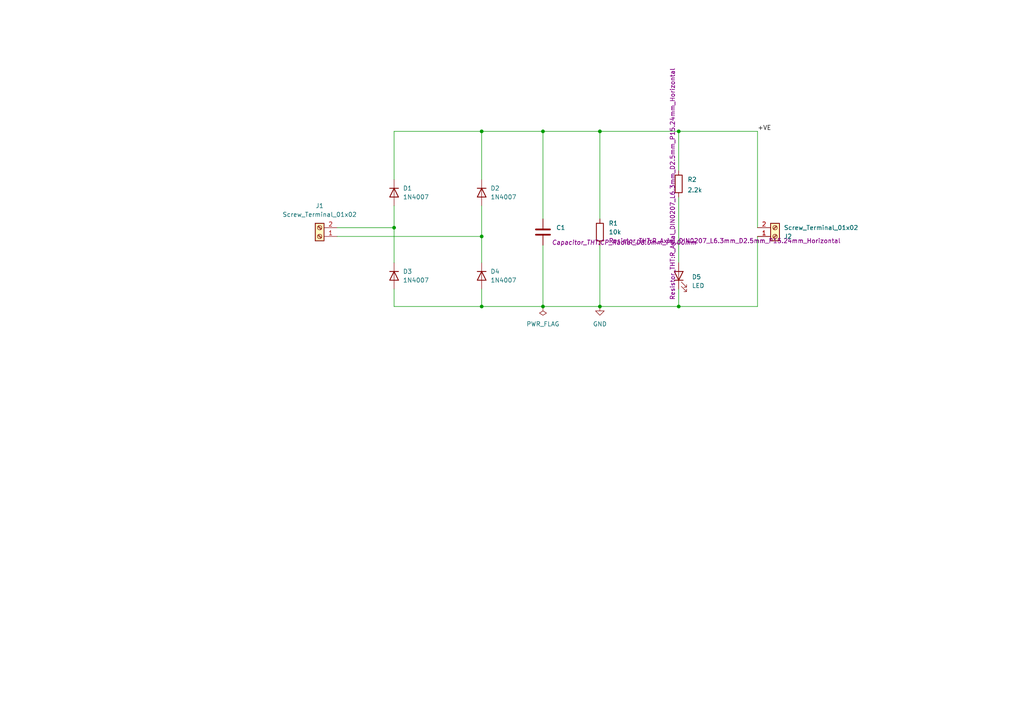
<source format=kicad_sch>
(kicad_sch
	(version 20250114)
	(generator "eeschema")
	(generator_version "9.0")
	(uuid "9e851873-0384-4207-9339-9f624f5ed31f")
	(paper "A4")
	(title_block
		(title "AC to DC ")
		(date "16-05-2025")
	)
	(lib_symbols
		(symbol "Connector:Screw_Terminal_01x02"
			(pin_names
				(offset 1.016)
				(hide yes)
			)
			(exclude_from_sim no)
			(in_bom yes)
			(on_board yes)
			(property "Reference" "J"
				(at 0 2.54 0)
				(effects
					(font
						(size 1.27 1.27)
					)
				)
			)
			(property "Value" "Screw_Terminal_01x02"
				(at 0 -5.08 0)
				(effects
					(font
						(size 1.27 1.27)
					)
				)
			)
			(property "Footprint" ""
				(at 0 0 0)
				(effects
					(font
						(size 1.27 1.27)
					)
					(hide yes)
				)
			)
			(property "Datasheet" "~"
				(at 0 0 0)
				(effects
					(font
						(size 1.27 1.27)
					)
					(hide yes)
				)
			)
			(property "Description" "Generic screw terminal, single row, 01x02, script generated (kicad-library-utils/schlib/autogen/connector/)"
				(at 0 0 0)
				(effects
					(font
						(size 1.27 1.27)
					)
					(hide yes)
				)
			)
			(property "ki_keywords" "screw terminal"
				(at 0 0 0)
				(effects
					(font
						(size 1.27 1.27)
					)
					(hide yes)
				)
			)
			(property "ki_fp_filters" "TerminalBlock*:*"
				(at 0 0 0)
				(effects
					(font
						(size 1.27 1.27)
					)
					(hide yes)
				)
			)
			(symbol "Screw_Terminal_01x02_1_1"
				(rectangle
					(start -1.27 1.27)
					(end 1.27 -3.81)
					(stroke
						(width 0.254)
						(type default)
					)
					(fill
						(type background)
					)
				)
				(polyline
					(pts
						(xy -0.5334 0.3302) (xy 0.3302 -0.508)
					)
					(stroke
						(width 0.1524)
						(type default)
					)
					(fill
						(type none)
					)
				)
				(polyline
					(pts
						(xy -0.5334 -2.2098) (xy 0.3302 -3.048)
					)
					(stroke
						(width 0.1524)
						(type default)
					)
					(fill
						(type none)
					)
				)
				(polyline
					(pts
						(xy -0.3556 0.508) (xy 0.508 -0.3302)
					)
					(stroke
						(width 0.1524)
						(type default)
					)
					(fill
						(type none)
					)
				)
				(polyline
					(pts
						(xy -0.3556 -2.032) (xy 0.508 -2.8702)
					)
					(stroke
						(width 0.1524)
						(type default)
					)
					(fill
						(type none)
					)
				)
				(circle
					(center 0 0)
					(radius 0.635)
					(stroke
						(width 0.1524)
						(type default)
					)
					(fill
						(type none)
					)
				)
				(circle
					(center 0 -2.54)
					(radius 0.635)
					(stroke
						(width 0.1524)
						(type default)
					)
					(fill
						(type none)
					)
				)
				(pin passive line
					(at -5.08 0 0)
					(length 3.81)
					(name "Pin_1"
						(effects
							(font
								(size 1.27 1.27)
							)
						)
					)
					(number "1"
						(effects
							(font
								(size 1.27 1.27)
							)
						)
					)
				)
				(pin passive line
					(at -5.08 -2.54 0)
					(length 3.81)
					(name "Pin_2"
						(effects
							(font
								(size 1.27 1.27)
							)
						)
					)
					(number "2"
						(effects
							(font
								(size 1.27 1.27)
							)
						)
					)
				)
			)
			(embedded_fonts no)
		)
		(symbol "Device:C"
			(pin_numbers
				(hide yes)
			)
			(pin_names
				(offset 0.254)
			)
			(exclude_from_sim no)
			(in_bom yes)
			(on_board yes)
			(property "Reference" "C"
				(at 0.635 2.54 0)
				(effects
					(font
						(size 1.27 1.27)
					)
					(justify left)
				)
			)
			(property "Value" "C"
				(at 0.635 -2.54 0)
				(effects
					(font
						(size 1.27 1.27)
					)
					(justify left)
				)
			)
			(property "Footprint" ""
				(at 0.9652 -3.81 0)
				(effects
					(font
						(size 1.27 1.27)
					)
					(hide yes)
				)
			)
			(property "Datasheet" "~"
				(at 0 0 0)
				(effects
					(font
						(size 1.27 1.27)
					)
					(hide yes)
				)
			)
			(property "Description" "Unpolarized capacitor"
				(at 0 0 0)
				(effects
					(font
						(size 1.27 1.27)
					)
					(hide yes)
				)
			)
			(property "ki_keywords" "cap capacitor"
				(at 0 0 0)
				(effects
					(font
						(size 1.27 1.27)
					)
					(hide yes)
				)
			)
			(property "ki_fp_filters" "C_*"
				(at 0 0 0)
				(effects
					(font
						(size 1.27 1.27)
					)
					(hide yes)
				)
			)
			(symbol "C_0_1"
				(polyline
					(pts
						(xy -2.032 0.762) (xy 2.032 0.762)
					)
					(stroke
						(width 0.508)
						(type default)
					)
					(fill
						(type none)
					)
				)
				(polyline
					(pts
						(xy -2.032 -0.762) (xy 2.032 -0.762)
					)
					(stroke
						(width 0.508)
						(type default)
					)
					(fill
						(type none)
					)
				)
			)
			(symbol "C_1_1"
				(pin passive line
					(at 0 3.81 270)
					(length 2.794)
					(name "~"
						(effects
							(font
								(size 1.27 1.27)
							)
						)
					)
					(number "1"
						(effects
							(font
								(size 1.27 1.27)
							)
						)
					)
				)
				(pin passive line
					(at 0 -3.81 90)
					(length 2.794)
					(name "~"
						(effects
							(font
								(size 1.27 1.27)
							)
						)
					)
					(number "2"
						(effects
							(font
								(size 1.27 1.27)
							)
						)
					)
				)
			)
			(embedded_fonts no)
		)
		(symbol "Device:LED"
			(pin_numbers
				(hide yes)
			)
			(pin_names
				(offset 1.016)
				(hide yes)
			)
			(exclude_from_sim no)
			(in_bom yes)
			(on_board yes)
			(property "Reference" "D"
				(at 0 2.54 0)
				(effects
					(font
						(size 1.27 1.27)
					)
				)
			)
			(property "Value" "LED"
				(at 0 -2.54 0)
				(effects
					(font
						(size 1.27 1.27)
					)
				)
			)
			(property "Footprint" ""
				(at 0 0 0)
				(effects
					(font
						(size 1.27 1.27)
					)
					(hide yes)
				)
			)
			(property "Datasheet" "~"
				(at 0 0 0)
				(effects
					(font
						(size 1.27 1.27)
					)
					(hide yes)
				)
			)
			(property "Description" "Light emitting diode"
				(at 0 0 0)
				(effects
					(font
						(size 1.27 1.27)
					)
					(hide yes)
				)
			)
			(property "Sim.Pins" "1=K 2=A"
				(at 0 0 0)
				(effects
					(font
						(size 1.27 1.27)
					)
					(hide yes)
				)
			)
			(property "ki_keywords" "LED diode"
				(at 0 0 0)
				(effects
					(font
						(size 1.27 1.27)
					)
					(hide yes)
				)
			)
			(property "ki_fp_filters" "LED* LED_SMD:* LED_THT:*"
				(at 0 0 0)
				(effects
					(font
						(size 1.27 1.27)
					)
					(hide yes)
				)
			)
			(symbol "LED_0_1"
				(polyline
					(pts
						(xy -3.048 -0.762) (xy -4.572 -2.286) (xy -3.81 -2.286) (xy -4.572 -2.286) (xy -4.572 -1.524)
					)
					(stroke
						(width 0)
						(type default)
					)
					(fill
						(type none)
					)
				)
				(polyline
					(pts
						(xy -1.778 -0.762) (xy -3.302 -2.286) (xy -2.54 -2.286) (xy -3.302 -2.286) (xy -3.302 -1.524)
					)
					(stroke
						(width 0)
						(type default)
					)
					(fill
						(type none)
					)
				)
				(polyline
					(pts
						(xy -1.27 0) (xy 1.27 0)
					)
					(stroke
						(width 0)
						(type default)
					)
					(fill
						(type none)
					)
				)
				(polyline
					(pts
						(xy -1.27 -1.27) (xy -1.27 1.27)
					)
					(stroke
						(width 0.254)
						(type default)
					)
					(fill
						(type none)
					)
				)
				(polyline
					(pts
						(xy 1.27 -1.27) (xy 1.27 1.27) (xy -1.27 0) (xy 1.27 -1.27)
					)
					(stroke
						(width 0.254)
						(type default)
					)
					(fill
						(type none)
					)
				)
			)
			(symbol "LED_1_1"
				(pin passive line
					(at -3.81 0 0)
					(length 2.54)
					(name "K"
						(effects
							(font
								(size 1.27 1.27)
							)
						)
					)
					(number "1"
						(effects
							(font
								(size 1.27 1.27)
							)
						)
					)
				)
				(pin passive line
					(at 3.81 0 180)
					(length 2.54)
					(name "A"
						(effects
							(font
								(size 1.27 1.27)
							)
						)
					)
					(number "2"
						(effects
							(font
								(size 1.27 1.27)
							)
						)
					)
				)
			)
			(embedded_fonts no)
		)
		(symbol "Device:R"
			(pin_numbers
				(hide yes)
			)
			(pin_names
				(offset 0)
			)
			(exclude_from_sim no)
			(in_bom yes)
			(on_board yes)
			(property "Reference" "R"
				(at 2.032 0 90)
				(effects
					(font
						(size 1.27 1.27)
					)
				)
			)
			(property "Value" "R"
				(at 0 0 90)
				(effects
					(font
						(size 1.27 1.27)
					)
				)
			)
			(property "Footprint" ""
				(at -1.778 0 90)
				(effects
					(font
						(size 1.27 1.27)
					)
					(hide yes)
				)
			)
			(property "Datasheet" "~"
				(at 0 0 0)
				(effects
					(font
						(size 1.27 1.27)
					)
					(hide yes)
				)
			)
			(property "Description" "Resistor"
				(at 0 0 0)
				(effects
					(font
						(size 1.27 1.27)
					)
					(hide yes)
				)
			)
			(property "ki_keywords" "R res resistor"
				(at 0 0 0)
				(effects
					(font
						(size 1.27 1.27)
					)
					(hide yes)
				)
			)
			(property "ki_fp_filters" "R_*"
				(at 0 0 0)
				(effects
					(font
						(size 1.27 1.27)
					)
					(hide yes)
				)
			)
			(symbol "R_0_1"
				(rectangle
					(start -1.016 -2.54)
					(end 1.016 2.54)
					(stroke
						(width 0.254)
						(type default)
					)
					(fill
						(type none)
					)
				)
			)
			(symbol "R_1_1"
				(pin passive line
					(at 0 3.81 270)
					(length 1.27)
					(name "~"
						(effects
							(font
								(size 1.27 1.27)
							)
						)
					)
					(number "1"
						(effects
							(font
								(size 1.27 1.27)
							)
						)
					)
				)
				(pin passive line
					(at 0 -3.81 90)
					(length 1.27)
					(name "~"
						(effects
							(font
								(size 1.27 1.27)
							)
						)
					)
					(number "2"
						(effects
							(font
								(size 1.27 1.27)
							)
						)
					)
				)
			)
			(embedded_fonts no)
		)
		(symbol "Diode:1N4007"
			(pin_numbers
				(hide yes)
			)
			(pin_names
				(hide yes)
			)
			(exclude_from_sim no)
			(in_bom yes)
			(on_board yes)
			(property "Reference" "D"
				(at 0 2.54 0)
				(effects
					(font
						(size 1.27 1.27)
					)
				)
			)
			(property "Value" "1N4007"
				(at 0 -2.54 0)
				(effects
					(font
						(size 1.27 1.27)
					)
				)
			)
			(property "Footprint" "Diode_THT:D_DO-41_SOD81_P10.16mm_Horizontal"
				(at 0 -4.445 0)
				(effects
					(font
						(size 1.27 1.27)
					)
					(hide yes)
				)
			)
			(property "Datasheet" "http://www.vishay.com/docs/88503/1n4001.pdf"
				(at 0 0 0)
				(effects
					(font
						(size 1.27 1.27)
					)
					(hide yes)
				)
			)
			(property "Description" "1000V 1A General Purpose Rectifier Diode, DO-41"
				(at 0 0 0)
				(effects
					(font
						(size 1.27 1.27)
					)
					(hide yes)
				)
			)
			(property "Sim.Device" "D"
				(at 0 0 0)
				(effects
					(font
						(size 1.27 1.27)
					)
					(hide yes)
				)
			)
			(property "Sim.Pins" "1=K 2=A"
				(at 0 0 0)
				(effects
					(font
						(size 1.27 1.27)
					)
					(hide yes)
				)
			)
			(property "ki_keywords" "diode"
				(at 0 0 0)
				(effects
					(font
						(size 1.27 1.27)
					)
					(hide yes)
				)
			)
			(property "ki_fp_filters" "D*DO?41*"
				(at 0 0 0)
				(effects
					(font
						(size 1.27 1.27)
					)
					(hide yes)
				)
			)
			(symbol "1N4007_0_1"
				(polyline
					(pts
						(xy -1.27 1.27) (xy -1.27 -1.27)
					)
					(stroke
						(width 0.254)
						(type default)
					)
					(fill
						(type none)
					)
				)
				(polyline
					(pts
						(xy 1.27 1.27) (xy 1.27 -1.27) (xy -1.27 0) (xy 1.27 1.27)
					)
					(stroke
						(width 0.254)
						(type default)
					)
					(fill
						(type none)
					)
				)
				(polyline
					(pts
						(xy 1.27 0) (xy -1.27 0)
					)
					(stroke
						(width 0)
						(type default)
					)
					(fill
						(type none)
					)
				)
			)
			(symbol "1N4007_1_1"
				(pin passive line
					(at -3.81 0 0)
					(length 2.54)
					(name "K"
						(effects
							(font
								(size 1.27 1.27)
							)
						)
					)
					(number "1"
						(effects
							(font
								(size 1.27 1.27)
							)
						)
					)
				)
				(pin passive line
					(at 3.81 0 180)
					(length 2.54)
					(name "A"
						(effects
							(font
								(size 1.27 1.27)
							)
						)
					)
					(number "2"
						(effects
							(font
								(size 1.27 1.27)
							)
						)
					)
				)
			)
			(embedded_fonts no)
		)
		(symbol "power:GND"
			(power)
			(pin_numbers
				(hide yes)
			)
			(pin_names
				(offset 0)
				(hide yes)
			)
			(exclude_from_sim no)
			(in_bom yes)
			(on_board yes)
			(property "Reference" "#PWR"
				(at 0 -6.35 0)
				(effects
					(font
						(size 1.27 1.27)
					)
					(hide yes)
				)
			)
			(property "Value" "GND"
				(at 0 -3.81 0)
				(effects
					(font
						(size 1.27 1.27)
					)
				)
			)
			(property "Footprint" ""
				(at 0 0 0)
				(effects
					(font
						(size 1.27 1.27)
					)
					(hide yes)
				)
			)
			(property "Datasheet" ""
				(at 0 0 0)
				(effects
					(font
						(size 1.27 1.27)
					)
					(hide yes)
				)
			)
			(property "Description" "Power symbol creates a global label with name \"GND\" , ground"
				(at 0 0 0)
				(effects
					(font
						(size 1.27 1.27)
					)
					(hide yes)
				)
			)
			(property "ki_keywords" "global power"
				(at 0 0 0)
				(effects
					(font
						(size 1.27 1.27)
					)
					(hide yes)
				)
			)
			(symbol "GND_0_1"
				(polyline
					(pts
						(xy 0 0) (xy 0 -1.27) (xy 1.27 -1.27) (xy 0 -2.54) (xy -1.27 -1.27) (xy 0 -1.27)
					)
					(stroke
						(width 0)
						(type default)
					)
					(fill
						(type none)
					)
				)
			)
			(symbol "GND_1_1"
				(pin power_in line
					(at 0 0 270)
					(length 0)
					(name "~"
						(effects
							(font
								(size 1.27 1.27)
							)
						)
					)
					(number "1"
						(effects
							(font
								(size 1.27 1.27)
							)
						)
					)
				)
			)
			(embedded_fonts no)
		)
		(symbol "power:PWR_FLAG"
			(power)
			(pin_numbers
				(hide yes)
			)
			(pin_names
				(offset 0)
				(hide yes)
			)
			(exclude_from_sim no)
			(in_bom yes)
			(on_board yes)
			(property "Reference" "#FLG"
				(at 0 1.905 0)
				(effects
					(font
						(size 1.27 1.27)
					)
					(hide yes)
				)
			)
			(property "Value" "PWR_FLAG"
				(at 0 3.81 0)
				(effects
					(font
						(size 1.27 1.27)
					)
				)
			)
			(property "Footprint" ""
				(at 0 0 0)
				(effects
					(font
						(size 1.27 1.27)
					)
					(hide yes)
				)
			)
			(property "Datasheet" "~"
				(at 0 0 0)
				(effects
					(font
						(size 1.27 1.27)
					)
					(hide yes)
				)
			)
			(property "Description" "Special symbol for telling ERC where power comes from"
				(at 0 0 0)
				(effects
					(font
						(size 1.27 1.27)
					)
					(hide yes)
				)
			)
			(property "ki_keywords" "flag power"
				(at 0 0 0)
				(effects
					(font
						(size 1.27 1.27)
					)
					(hide yes)
				)
			)
			(symbol "PWR_FLAG_0_0"
				(pin power_out line
					(at 0 0 90)
					(length 0)
					(name "~"
						(effects
							(font
								(size 1.27 1.27)
							)
						)
					)
					(number "1"
						(effects
							(font
								(size 1.27 1.27)
							)
						)
					)
				)
			)
			(symbol "PWR_FLAG_0_1"
				(polyline
					(pts
						(xy 0 0) (xy 0 1.27) (xy -1.016 1.905) (xy 0 2.54) (xy 1.016 1.905) (xy 0 1.27)
					)
					(stroke
						(width 0)
						(type default)
					)
					(fill
						(type none)
					)
				)
			)
			(embedded_fonts no)
		)
	)
	(junction
		(at 139.7 88.9)
		(diameter 0)
		(color 0 0 0 0)
		(uuid "067d27ee-2f36-48f8-89dd-bd0f677fab37")
	)
	(junction
		(at 173.99 88.9)
		(diameter 0)
		(color 0 0 0 0)
		(uuid "098685e6-3546-4881-ba1f-d555afa8a5be")
	)
	(junction
		(at 173.99 38.1)
		(diameter 0)
		(color 0 0 0 0)
		(uuid "28212eb0-8fd2-4843-a6a5-b99740952951")
	)
	(junction
		(at 196.85 88.9)
		(diameter 0)
		(color 0 0 0 0)
		(uuid "b0db49d7-5f86-4244-ab2d-6fd5d4ec4477")
	)
	(junction
		(at 196.85 38.1)
		(diameter 0)
		(color 0 0 0 0)
		(uuid "b9dc6de7-454e-479a-9900-ef63cdaf7ae5")
	)
	(junction
		(at 157.48 88.9)
		(diameter 0)
		(color 0 0 0 0)
		(uuid "bb79db98-eff4-480e-89e0-7a766ddcbb1c")
	)
	(junction
		(at 114.3 66.04)
		(diameter 0)
		(color 0 0 0 0)
		(uuid "ec46d5d2-ab10-4c1f-9f25-0accfccde6e7")
	)
	(junction
		(at 157.48 38.1)
		(diameter 0)
		(color 0 0 0 0)
		(uuid "ec83cd8f-84f4-4103-b1fd-459c1043c446")
	)
	(junction
		(at 139.7 68.58)
		(diameter 0)
		(color 0 0 0 0)
		(uuid "f62ea0ca-94ac-402a-9a3e-f230c6a3984b")
	)
	(junction
		(at 139.7 38.1)
		(diameter 0)
		(color 0 0 0 0)
		(uuid "ffeefc50-ff84-4d22-ae6e-d46cb1f1ed7e")
	)
	(wire
		(pts
			(xy 173.99 71.12) (xy 173.99 88.9)
		)
		(stroke
			(width 0)
			(type default)
		)
		(uuid "161e28de-073b-4ca0-b1cf-1533b0a823ee")
	)
	(wire
		(pts
			(xy 139.7 38.1) (xy 157.48 38.1)
		)
		(stroke
			(width 0)
			(type default)
		)
		(uuid "1684d38b-512b-4069-afd6-0b01ee6fa825")
	)
	(wire
		(pts
			(xy 97.79 68.58) (xy 139.7 68.58)
		)
		(stroke
			(width 0)
			(type default)
		)
		(uuid "17597689-47a8-4c69-8bdc-17b5f57e511b")
	)
	(wire
		(pts
			(xy 196.85 38.1) (xy 219.71 38.1)
		)
		(stroke
			(width 0)
			(type default)
		)
		(uuid "1fe87205-4be7-4e45-88fc-922081302aa3")
	)
	(wire
		(pts
			(xy 139.7 88.9) (xy 157.48 88.9)
		)
		(stroke
			(width 0)
			(type default)
		)
		(uuid "2223b75a-20f5-4282-b91d-3f09317505c3")
	)
	(wire
		(pts
			(xy 139.7 68.58) (xy 139.7 76.2)
		)
		(stroke
			(width 0)
			(type default)
		)
		(uuid "228446a4-342b-44c3-aee2-415a174d3c3a")
	)
	(wire
		(pts
			(xy 196.85 57.15) (xy 196.85 76.2)
		)
		(stroke
			(width 0)
			(type default)
		)
		(uuid "22f23113-dba3-4e8e-8d7b-c932616d5efa")
	)
	(wire
		(pts
			(xy 173.99 38.1) (xy 196.85 38.1)
		)
		(stroke
			(width 0)
			(type default)
		)
		(uuid "258ebb37-dc7a-447b-b21b-cd1f5f1706a3")
	)
	(wire
		(pts
			(xy 173.99 88.9) (xy 157.48 88.9)
		)
		(stroke
			(width 0)
			(type default)
		)
		(uuid "288d2989-6601-4781-9a2a-8dc991533042")
	)
	(wire
		(pts
			(xy 139.7 88.9) (xy 139.7 83.82)
		)
		(stroke
			(width 0)
			(type default)
		)
		(uuid "390b5e3a-3006-4e85-bf2b-1c493d4ea820")
	)
	(wire
		(pts
			(xy 114.3 83.82) (xy 114.3 88.9)
		)
		(stroke
			(width 0)
			(type default)
		)
		(uuid "3ac8ea1e-6588-4812-809f-cc91a3ba2889")
	)
	(wire
		(pts
			(xy 114.3 66.04) (xy 114.3 76.2)
		)
		(stroke
			(width 0)
			(type default)
		)
		(uuid "7209387c-4ade-4460-84a1-aad6a9de01e5")
	)
	(wire
		(pts
			(xy 114.3 88.9) (xy 139.7 88.9)
		)
		(stroke
			(width 0)
			(type default)
		)
		(uuid "799466f4-5509-4f07-916e-5389a3dcc4f0")
	)
	(wire
		(pts
			(xy 157.48 88.9) (xy 157.48 71.12)
		)
		(stroke
			(width 0)
			(type default)
		)
		(uuid "79e8b101-6927-48c8-88c5-66fe958af507")
	)
	(wire
		(pts
			(xy 173.99 63.5) (xy 173.99 38.1)
		)
		(stroke
			(width 0)
			(type default)
		)
		(uuid "7e906d88-31c4-47c5-bfb5-4ece405172ee")
	)
	(wire
		(pts
			(xy 196.85 83.82) (xy 196.85 88.9)
		)
		(stroke
			(width 0)
			(type default)
		)
		(uuid "997057b0-0242-42a5-8ccc-792b1569332b")
	)
	(wire
		(pts
			(xy 157.48 38.1) (xy 157.48 63.5)
		)
		(stroke
			(width 0)
			(type default)
		)
		(uuid "9f2ca1e7-8209-4709-a0e6-f97d9a64027d")
	)
	(wire
		(pts
			(xy 219.71 66.04) (xy 219.71 38.1)
		)
		(stroke
			(width 0)
			(type default)
		)
		(uuid "b4e89520-665d-4702-8a6b-a903d0da5c34")
	)
	(wire
		(pts
			(xy 219.71 88.9) (xy 196.85 88.9)
		)
		(stroke
			(width 0)
			(type default)
		)
		(uuid "b684248e-939c-46fa-adb2-bd00be392937")
	)
	(wire
		(pts
			(xy 139.7 59.69) (xy 139.7 68.58)
		)
		(stroke
			(width 0)
			(type default)
		)
		(uuid "b6f72658-88cf-4f48-ba0b-d841678415e8")
	)
	(wire
		(pts
			(xy 219.71 68.58) (xy 219.71 88.9)
		)
		(stroke
			(width 0)
			(type default)
		)
		(uuid "bbfb8253-4c09-4637-8d17-c97dcb5adcb2")
	)
	(wire
		(pts
			(xy 114.3 59.69) (xy 114.3 66.04)
		)
		(stroke
			(width 0)
			(type default)
		)
		(uuid "c8fab3f0-3485-46ea-bbe7-7d62c189d6cc")
	)
	(wire
		(pts
			(xy 114.3 38.1) (xy 139.7 38.1)
		)
		(stroke
			(width 0)
			(type default)
		)
		(uuid "d4bb1ea3-baf5-46e6-a783-936d402edcd0")
	)
	(wire
		(pts
			(xy 196.85 49.53) (xy 196.85 38.1)
		)
		(stroke
			(width 0)
			(type default)
		)
		(uuid "d538120f-66e1-4732-af7e-4be22f1e51e7")
	)
	(wire
		(pts
			(xy 139.7 38.1) (xy 139.7 52.07)
		)
		(stroke
			(width 0)
			(type default)
		)
		(uuid "d55f112e-7432-49d6-a6cc-ad83812ef613")
	)
	(wire
		(pts
			(xy 114.3 38.1) (xy 114.3 52.07)
		)
		(stroke
			(width 0)
			(type default)
		)
		(uuid "d6531f1f-4a50-4f8b-8f64-f19d85ba61f1")
	)
	(wire
		(pts
			(xy 196.85 88.9) (xy 173.99 88.9)
		)
		(stroke
			(width 0)
			(type default)
		)
		(uuid "e05d6c11-2091-409b-9db2-5ba300cca6bc")
	)
	(wire
		(pts
			(xy 97.79 66.04) (xy 114.3 66.04)
		)
		(stroke
			(width 0)
			(type default)
		)
		(uuid "e6a4bf8b-c970-4d68-9b7c-1881d0395538")
	)
	(wire
		(pts
			(xy 157.48 38.1) (xy 173.99 38.1)
		)
		(stroke
			(width 0)
			(type default)
		)
		(uuid "f7533e88-18bd-4c6f-8828-e002c3fa030a")
	)
	(label "+VE"
		(at 219.71 38.1 0)
		(effects
			(font
				(size 1.27 1.27)
			)
			(justify left bottom)
		)
		(uuid "8c125a5e-d3e6-4b57-8f1e-11ac19cdb2c9")
	)
	(symbol
		(lib_id "Connector:Screw_Terminal_01x02")
		(at 92.71 68.58 180)
		(unit 1)
		(exclude_from_sim no)
		(in_bom yes)
		(on_board yes)
		(dnp no)
		(fields_autoplaced yes)
		(uuid "1382c935-971b-44e4-a407-6b778088c9c0")
		(property "Reference" "J1"
			(at 92.71 59.69 0)
			(effects
				(font
					(size 1.27 1.27)
				)
			)
		)
		(property "Value" "Screw_Terminal_01x02"
			(at 92.71 62.23 0)
			(effects
				(font
					(size 1.27 1.27)
				)
			)
		)
		(property "Footprint" "TerminalBlock:TerminalBlock_bornier-2_P5.08mm"
			(at 92.71 68.58 0)
			(effects
				(font
					(size 1.27 1.27)
				)
				(hide yes)
			)
		)
		(property "Datasheet" "~"
			(at 92.71 68.58 0)
			(effects
				(font
					(size 1.27 1.27)
				)
				(hide yes)
			)
		)
		(property "Description" "Generic screw terminal, single row, 01x02, script generated (kicad-library-utils/schlib/autogen/connector/)"
			(at 92.71 68.58 0)
			(effects
				(font
					(size 1.27 1.27)
				)
				(hide yes)
			)
		)
		(pin "2"
			(uuid "b99fdb5a-5b78-4f6d-b78a-bf41ededcb04")
		)
		(pin "1"
			(uuid "a0ce72c8-c9b4-4061-9ca8-0c906873b3ae")
		)
		(instances
			(project ""
				(path "/9e851873-0384-4207-9339-9f624f5ed31f"
					(reference "J1")
					(unit 1)
				)
			)
		)
	)
	(symbol
		(lib_id "Device:R")
		(at 173.99 67.31 0)
		(unit 1)
		(exclude_from_sim no)
		(in_bom yes)
		(on_board yes)
		(dnp no)
		(fields_autoplaced yes)
		(uuid "2acb82a5-cc51-4a02-a0c2-43df43502f57")
		(property "Reference" "R1"
			(at 176.53 64.7699 0)
			(effects
				(font
					(size 1.27 1.27)
				)
				(justify left)
			)
		)
		(property "Value" "10k"
			(at 176.53 67.3099 0)
			(effects
				(font
					(size 1.27 1.27)
				)
				(justify left)
			)
		)
		(property "Footprint" "Resistor_THT:R_Axial_DIN0207_L6.3mm_D2.5mm_P15.24mm_Horizontal"
			(at 176.53 69.8499 0)
			(effects
				(font
					(size 1.27 1.27)
				)
				(justify left)
			)
		)
		(property "Datasheet" "~"
			(at 173.99 67.31 0)
			(effects
				(font
					(size 1.27 1.27)
				)
				(hide yes)
			)
		)
		(property "Description" "Resistor"
			(at 173.99 67.31 0)
			(effects
				(font
					(size 1.27 1.27)
				)
				(hide yes)
			)
		)
		(pin "1"
			(uuid "e1294886-c2d3-40a9-a4b7-106613154473")
		)
		(pin "2"
			(uuid "5065f669-8cca-4888-bab6-8aed716aa287")
		)
		(instances
			(project ""
				(path "/9e851873-0384-4207-9339-9f624f5ed31f"
					(reference "R1")
					(unit 1)
				)
			)
		)
	)
	(symbol
		(lib_id "Diode:1N4007")
		(at 114.3 80.01 270)
		(unit 1)
		(exclude_from_sim no)
		(in_bom yes)
		(on_board yes)
		(dnp no)
		(fields_autoplaced yes)
		(uuid "318c0d3e-b938-4151-9f65-1aa430573785")
		(property "Reference" "D3"
			(at 116.84 78.7399 90)
			(effects
				(font
					(size 1.27 1.27)
				)
				(justify left)
			)
		)
		(property "Value" "1N4007"
			(at 116.84 81.2799 90)
			(effects
				(font
					(size 1.27 1.27)
				)
				(justify left)
			)
		)
		(property "Footprint" "Diode_THT:D_DO-41_SOD81_P10.16mm_Horizontal"
			(at 109.855 80.01 0)
			(effects
				(font
					(size 1.27 1.27)
				)
				(hide yes)
			)
		)
		(property "Datasheet" "http://www.vishay.com/docs/88503/1n4001.pdf"
			(at 114.3 80.01 0)
			(effects
				(font
					(size 1.27 1.27)
				)
				(hide yes)
			)
		)
		(property "Description" "1000V 1A General Purpose Rectifier Diode, DO-41"
			(at 114.3 80.01 0)
			(effects
				(font
					(size 1.27 1.27)
				)
				(hide yes)
			)
		)
		(property "Sim.Device" "D"
			(at 114.3 80.01 0)
			(effects
				(font
					(size 1.27 1.27)
				)
				(hide yes)
			)
		)
		(property "Sim.Pins" "1=K 2=A"
			(at 114.3 80.01 0)
			(effects
				(font
					(size 1.27 1.27)
				)
				(hide yes)
			)
		)
		(pin "2"
			(uuid "a7277397-055f-49f3-b367-e4e47753788b")
		)
		(pin "1"
			(uuid "69acbae5-3fa0-4427-9caa-9cdccdff31e8")
		)
		(instances
			(project "AC to DC converter"
				(path "/9e851873-0384-4207-9339-9f624f5ed31f"
					(reference "D3")
					(unit 1)
				)
			)
		)
	)
	(symbol
		(lib_id "Device:LED")
		(at 196.85 80.01 90)
		(unit 1)
		(exclude_from_sim no)
		(in_bom yes)
		(on_board yes)
		(dnp no)
		(fields_autoplaced yes)
		(uuid "3573e611-5a79-4ec1-b8ec-b28b2129905c")
		(property "Reference" "D5"
			(at 200.66 80.3274 90)
			(effects
				(font
					(size 1.27 1.27)
				)
				(justify right)
			)
		)
		(property "Value" "LED"
			(at 200.66 82.8674 90)
			(effects
				(font
					(size 1.27 1.27)
				)
				(justify right)
			)
		)
		(property "Footprint" "LED_THT:LED_D5.0mm"
			(at 196.85 80.01 0)
			(effects
				(font
					(size 1.27 1.27)
				)
				(hide yes)
			)
		)
		(property "Datasheet" "~"
			(at 196.85 80.01 0)
			(effects
				(font
					(size 1.27 1.27)
				)
				(hide yes)
			)
		)
		(property "Description" "Light emitting diode"
			(at 196.85 80.01 0)
			(effects
				(font
					(size 1.27 1.27)
				)
				(hide yes)
			)
		)
		(property "Sim.Pins" "1=K 2=A"
			(at 196.85 80.01 0)
			(effects
				(font
					(size 1.27 1.27)
				)
				(hide yes)
			)
		)
		(pin "2"
			(uuid "2ddec2ee-4297-4500-a03f-0259f3c13fba")
		)
		(pin "1"
			(uuid "ae1b37dd-4b48-4881-81fe-e49497ee3deb")
		)
		(instances
			(project ""
				(path "/9e851873-0384-4207-9339-9f624f5ed31f"
					(reference "D5")
					(unit 1)
				)
			)
		)
	)
	(symbol
		(lib_id "Connector:Screw_Terminal_01x02")
		(at 224.79 68.58 0)
		(mirror x)
		(unit 1)
		(exclude_from_sim no)
		(in_bom yes)
		(on_board yes)
		(dnp no)
		(uuid "561713cc-8545-40a3-b8a8-62338f181452")
		(property "Reference" "J2"
			(at 227.33 68.5801 0)
			(effects
				(font
					(size 1.27 1.27)
				)
				(justify left)
			)
		)
		(property "Value" "Screw_Terminal_01x02"
			(at 227.33 66.0401 0)
			(effects
				(font
					(size 1.27 1.27)
				)
				(justify left)
			)
		)
		(property "Footprint" "TerminalBlock:TerminalBlock_bornier-2_P5.08mm"
			(at 224.79 68.58 0)
			(effects
				(font
					(size 1.27 1.27)
				)
				(justify left bottom)
				(hide yes)
			)
		)
		(property "Datasheet" "~"
			(at 224.79 68.58 0)
			(effects
				(font
					(size 1.27 1.27)
				)
				(hide yes)
			)
		)
		(property "Description" "Generic screw terminal, single row, 01x02, script generated (kicad-library-utils/schlib/autogen/connector/)"
			(at 224.79 68.58 0)
			(effects
				(font
					(size 1.27 1.27)
				)
				(hide yes)
			)
		)
		(pin "2"
			(uuid "fdc3337c-8fe0-4815-914a-0c58790f5a34")
		)
		(pin "1"
			(uuid "36d63068-c2f9-4942-a276-ba7f117f004a")
		)
		(instances
			(project "AC to DC converter"
				(path "/9e851873-0384-4207-9339-9f624f5ed31f"
					(reference "J2")
					(unit 1)
				)
			)
		)
	)
	(symbol
		(lib_id "Diode:1N4007")
		(at 114.3 55.88 270)
		(unit 1)
		(exclude_from_sim no)
		(in_bom yes)
		(on_board yes)
		(dnp no)
		(fields_autoplaced yes)
		(uuid "7bce7a74-43a7-4001-a96a-4d96e7b5caf7")
		(property "Reference" "D1"
			(at 116.84 54.6099 90)
			(effects
				(font
					(size 1.27 1.27)
				)
				(justify left)
			)
		)
		(property "Value" "1N4007"
			(at 116.84 57.1499 90)
			(effects
				(font
					(size 1.27 1.27)
				)
				(justify left)
			)
		)
		(property "Footprint" "Diode_THT:D_DO-41_SOD81_P10.16mm_Horizontal"
			(at 109.855 55.88 0)
			(effects
				(font
					(size 1.27 1.27)
				)
				(hide yes)
			)
		)
		(property "Datasheet" "http://www.vishay.com/docs/88503/1n4001.pdf"
			(at 114.3 55.88 0)
			(effects
				(font
					(size 1.27 1.27)
				)
				(hide yes)
			)
		)
		(property "Description" "1000V 1A General Purpose Rectifier Diode, DO-41"
			(at 114.3 55.88 0)
			(effects
				(font
					(size 1.27 1.27)
				)
				(hide yes)
			)
		)
		(property "Sim.Device" "D"
			(at 114.3 55.88 0)
			(effects
				(font
					(size 1.27 1.27)
				)
				(hide yes)
			)
		)
		(property "Sim.Pins" "1=K 2=A"
			(at 114.3 55.88 0)
			(effects
				(font
					(size 1.27 1.27)
				)
				(hide yes)
			)
		)
		(pin "2"
			(uuid "e0aed1b6-3025-4099-be49-0f38cd7b5851")
		)
		(pin "1"
			(uuid "5f48fc12-c726-4242-8f1f-2df12699f05e")
		)
		(instances
			(project ""
				(path "/9e851873-0384-4207-9339-9f624f5ed31f"
					(reference "D1")
					(unit 1)
				)
			)
		)
	)
	(symbol
		(lib_id "power:PWR_FLAG")
		(at 157.48 88.9 180)
		(unit 1)
		(exclude_from_sim no)
		(in_bom yes)
		(on_board yes)
		(dnp no)
		(fields_autoplaced yes)
		(uuid "82ef39ad-527b-4d44-b21e-bc400a745d0e")
		(property "Reference" "#FLG01"
			(at 157.48 90.805 0)
			(effects
				(font
					(size 1.27 1.27)
				)
				(hide yes)
			)
		)
		(property "Value" "PWR_FLAG"
			(at 157.48 93.98 0)
			(effects
				(font
					(size 1.27 1.27)
				)
			)
		)
		(property "Footprint" ""
			(at 157.48 88.9 0)
			(effects
				(font
					(size 1.27 1.27)
				)
				(hide yes)
			)
		)
		(property "Datasheet" "~"
			(at 157.48 88.9 0)
			(effects
				(font
					(size 1.27 1.27)
				)
				(hide yes)
			)
		)
		(property "Description" "Special symbol for telling ERC where power comes from"
			(at 157.48 88.9 0)
			(effects
				(font
					(size 1.27 1.27)
				)
				(hide yes)
			)
		)
		(pin "1"
			(uuid "8582d845-d30d-4707-a848-48d247ad9dcb")
		)
		(instances
			(project ""
				(path "/9e851873-0384-4207-9339-9f624f5ed31f"
					(reference "#FLG01")
					(unit 1)
				)
			)
		)
	)
	(symbol
		(lib_id "Device:R")
		(at 196.85 53.34 0)
		(unit 1)
		(exclude_from_sim no)
		(in_bom yes)
		(on_board yes)
		(dnp no)
		(uuid "94274d52-0dd8-41bc-b7c5-9538589fb4a3")
		(property "Reference" "R2"
			(at 199.39 52.0699 0)
			(effects
				(font
					(size 1.27 1.27)
				)
				(justify left)
			)
		)
		(property "Value" "2.2k"
			(at 199.39 55.118 0)
			(effects
				(font
					(size 1.27 1.27)
				)
				(justify left)
			)
		)
		(property "Footprint" "Resistor_THT:R_Axial_DIN0207_L6.3mm_D2.5mm_P15.24mm_Horizontal"
			(at 195.072 53.34 90)
			(effects
				(font
					(size 1.27 1.27)
				)
			)
		)
		(property "Datasheet" "~"
			(at 196.85 53.34 0)
			(effects
				(font
					(size 1.27 1.27)
				)
				(hide yes)
			)
		)
		(property "Description" "Resistor"
			(at 196.85 53.34 0)
			(effects
				(font
					(size 1.27 1.27)
				)
				(hide yes)
			)
		)
		(pin "1"
			(uuid "c0e83bf0-0634-49f6-af67-45d96d39ada9")
		)
		(pin "2"
			(uuid "30cc9fa5-7c23-4523-b404-c85734c74038")
		)
		(instances
			(project "AC to DC converter"
				(path "/9e851873-0384-4207-9339-9f624f5ed31f"
					(reference "R2")
					(unit 1)
				)
			)
		)
	)
	(symbol
		(lib_id "Diode:1N4007")
		(at 139.7 55.88 270)
		(unit 1)
		(exclude_from_sim no)
		(in_bom yes)
		(on_board yes)
		(dnp no)
		(fields_autoplaced yes)
		(uuid "96936543-fa44-4bae-a439-9b2b8bb6c181")
		(property "Reference" "D2"
			(at 142.24 54.6099 90)
			(effects
				(font
					(size 1.27 1.27)
				)
				(justify left)
			)
		)
		(property "Value" "1N4007"
			(at 142.24 57.1499 90)
			(effects
				(font
					(size 1.27 1.27)
				)
				(justify left)
			)
		)
		(property "Footprint" "Diode_THT:D_DO-41_SOD81_P10.16mm_Horizontal"
			(at 135.255 55.88 0)
			(effects
				(font
					(size 1.27 1.27)
				)
				(hide yes)
			)
		)
		(property "Datasheet" "http://www.vishay.com/docs/88503/1n4001.pdf"
			(at 139.7 55.88 0)
			(effects
				(font
					(size 1.27 1.27)
				)
				(hide yes)
			)
		)
		(property "Description" "1000V 1A General Purpose Rectifier Diode, DO-41"
			(at 139.7 55.88 0)
			(effects
				(font
					(size 1.27 1.27)
				)
				(hide yes)
			)
		)
		(property "Sim.Device" "D"
			(at 139.7 55.88 0)
			(effects
				(font
					(size 1.27 1.27)
				)
				(hide yes)
			)
		)
		(property "Sim.Pins" "1=K 2=A"
			(at 139.7 55.88 0)
			(effects
				(font
					(size 1.27 1.27)
				)
				(hide yes)
			)
		)
		(pin "2"
			(uuid "e059a3e2-4b19-4c82-bccd-f1e5f24d36ae")
		)
		(pin "1"
			(uuid "e6e3ddad-33dc-4c56-9aa0-5835039b4fd4")
		)
		(instances
			(project "AC to DC converter"
				(path "/9e851873-0384-4207-9339-9f624f5ed31f"
					(reference "D2")
					(unit 1)
				)
			)
		)
	)
	(symbol
		(lib_id "power:GND")
		(at 173.99 88.9 0)
		(unit 1)
		(exclude_from_sim no)
		(in_bom yes)
		(on_board yes)
		(dnp no)
		(fields_autoplaced yes)
		(uuid "bf94adee-7dfc-49c0-9a82-30ee636d21fb")
		(property "Reference" "#PWR01"
			(at 173.99 95.25 0)
			(effects
				(font
					(size 1.27 1.27)
				)
				(hide yes)
			)
		)
		(property "Value" "GND"
			(at 173.99 93.98 0)
			(effects
				(font
					(size 1.27 1.27)
				)
			)
		)
		(property "Footprint" ""
			(at 173.99 88.9 0)
			(effects
				(font
					(size 1.27 1.27)
				)
				(hide yes)
			)
		)
		(property "Datasheet" ""
			(at 173.99 88.9 0)
			(effects
				(font
					(size 1.27 1.27)
				)
				(hide yes)
			)
		)
		(property "Description" "Power symbol creates a global label with name \"GND\" , ground"
			(at 173.99 88.9 0)
			(effects
				(font
					(size 1.27 1.27)
				)
				(hide yes)
			)
		)
		(pin "1"
			(uuid "4e94a7ff-89be-4e92-ab6e-3b0206624ca8")
		)
		(instances
			(project ""
				(path "/9e851873-0384-4207-9339-9f624f5ed31f"
					(reference "#PWR01")
					(unit 1)
				)
			)
		)
	)
	(symbol
		(lib_id "Device:C")
		(at 157.48 67.31 0)
		(unit 1)
		(exclude_from_sim no)
		(in_bom yes)
		(on_board yes)
		(dnp no)
		(uuid "c4ab8647-6b5f-4e3b-af62-9101724d64ba")
		(property "Reference" "C1"
			(at 161.29 66.0399 0)
			(effects
				(font
					(size 1.27 1.27)
				)
				(justify left)
			)
		)
		(property "Value" "1000uF"
			(at 161.29 68.5799 0)
			(effects
				(font
					(size 1.27 1.27)
				)
				(justify left)
				(hide yes)
			)
		)
		(property "Footprint" "Capacitor_THT:CP_Radial_D8.0mm_P5.00mm"
			(at 160.02 69.596 0)
			(effects
				(font
					(size 1.27 1.27)
					(italic yes)
				)
				(justify left top)
			)
		)
		(property "Datasheet" "~"
			(at 157.48 67.31 0)
			(effects
				(font
					(size 1.27 1.27)
				)
				(hide yes)
			)
		)
		(property "Description" "Unpolarized capacitor"
			(at 157.48 67.31 0)
			(effects
				(font
					(size 1.27 1.27)
				)
				(hide yes)
			)
		)
		(pin "1"
			(uuid "e56228c8-f629-4220-9bc1-df250dee0b0e")
		)
		(pin "2"
			(uuid "64ede800-eca5-408a-9479-ebe6da14c283")
		)
		(instances
			(project ""
				(path "/9e851873-0384-4207-9339-9f624f5ed31f"
					(reference "C1")
					(unit 1)
				)
			)
		)
	)
	(symbol
		(lib_id "Diode:1N4007")
		(at 139.7 80.01 270)
		(unit 1)
		(exclude_from_sim no)
		(in_bom yes)
		(on_board yes)
		(dnp no)
		(fields_autoplaced yes)
		(uuid "fb7cfade-ec33-453a-9683-a57ba0a7acc7")
		(property "Reference" "D4"
			(at 142.24 78.7399 90)
			(effects
				(font
					(size 1.27 1.27)
				)
				(justify left)
			)
		)
		(property "Value" "1N4007"
			(at 142.24 81.2799 90)
			(effects
				(font
					(size 1.27 1.27)
				)
				(justify left)
			)
		)
		(property "Footprint" "Diode_THT:D_DO-41_SOD81_P10.16mm_Horizontal"
			(at 135.255 80.01 0)
			(effects
				(font
					(size 1.27 1.27)
				)
				(hide yes)
			)
		)
		(property "Datasheet" "http://www.vishay.com/docs/88503/1n4001.pdf"
			(at 139.7 80.01 0)
			(effects
				(font
					(size 1.27 1.27)
				)
				(hide yes)
			)
		)
		(property "Description" "1000V 1A General Purpose Rectifier Diode, DO-41"
			(at 139.7 80.01 0)
			(effects
				(font
					(size 1.27 1.27)
				)
				(hide yes)
			)
		)
		(property "Sim.Device" "D"
			(at 139.7 80.01 0)
			(effects
				(font
					(size 1.27 1.27)
				)
				(hide yes)
			)
		)
		(property "Sim.Pins" "1=K 2=A"
			(at 139.7 80.01 0)
			(effects
				(font
					(size 1.27 1.27)
				)
				(hide yes)
			)
		)
		(pin "2"
			(uuid "16438e40-2cb5-4433-aaba-30539b4482f7")
		)
		(pin "1"
			(uuid "8c78b094-f58f-4b72-9582-5da885616ebf")
		)
		(instances
			(project "AC to DC converter"
				(path "/9e851873-0384-4207-9339-9f624f5ed31f"
					(reference "D4")
					(unit 1)
				)
			)
		)
	)
	(sheet_instances
		(path "/"
			(page "1")
		)
	)
	(embedded_fonts no)
)

</source>
